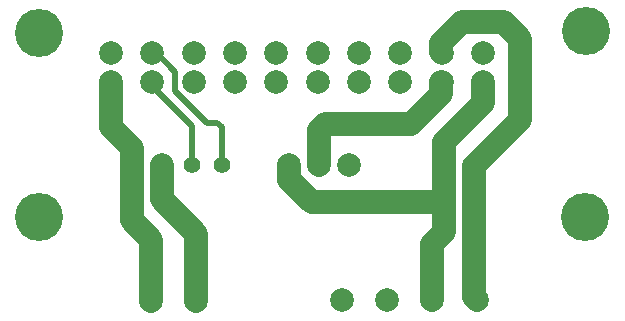
<source format=gbl>
G04 ( created by brdgerber.py ( brdgerber.py v0.1 2014-03-12 ) ) date 2021-02-05 00:02:14 EST*
G04 Gerber Fmt 3.4, Leading zero omitted, Abs format*
%MOIN*%
%FSLAX34Y34*%
G01*
G70*
G90*
G04 APERTURE LIST*
%ADD20C,0.0787*%
%ADD13C,0.0200*%
%ADD16C,0.0120*%
%ADD10C,0.0800*%
%ADD14R,0.0550X0.0550*%
%ADD17C,0.1600*%
%ADD18C,0.0100*%
%ADD12C,0.0000*%
%ADD11C,0.0787*%
%ADD19C,0.0150*%
%ADD15C,0.0550*%
G04 APERTURE END LIST*
G54D20*
D11*
X-00350Y-00350D03*
D11*
X00650Y-00350D03*
D11*
X01650Y-00350D03*
D10*
G01X04700Y03400D02*
G01X04700Y03700D01*
D11*
X04800Y-00400D03*
D11*
X05800Y-00400D03*
D10*
G01X04800Y00400D02*
G01X06100Y01700D01*
D10*
G01X06100Y01700D02*
G01X06100Y02400D01*
D10*
G01X04800Y-00400D02*
G01X04800Y00400D01*
D10*
G01X00400Y-01600D02*
G01X04800Y-01600D01*
D10*
G01X-05600Y-00350D02*
G01X-05600Y-02200D01*
D10*
G01X-04950Y-02850D02*
G01X-04950Y-04900D01*
D10*
G01X-05600Y-02200D02*
G01X-04950Y-02850D01*
D10*
G01X-04600Y-00350D02*
G01X-04600Y-01500D01*
D10*
G01X-03450Y-02650D02*
G01X-03450Y-04900D01*
D10*
G01X-04600Y-01500D02*
G01X-03450Y-02650D01*
D10*
G01X04400Y-04850D02*
G01X04400Y-03000D01*
D13*
G01X06100Y03400D02*
G01X06050Y03400D01*
D10*
G01X-00350Y-00350D02*
G01X-00350Y-00850D01*
D10*
G01X00650Y00800D02*
G01X00650Y-00350D01*
D10*
G01X00850Y01000D02*
G01X00650Y00800D01*
D10*
G01X04400Y-03000D02*
G01X04800Y-02600D01*
D10*
G01X04800Y00400D02*
G01X04900Y00500D01*
D10*
G01X04800Y-02600D02*
G01X04800Y-00400D01*
D10*
G01X05800Y-00400D02*
G01X05800Y-04750D01*
D10*
G01X05800Y-04750D02*
G01X05900Y-04850D01*
D10*
G01X04700Y03700D02*
G01X05400Y04400D01*
D14*
X-05600Y-00350D03*
D15*
X-04600Y-00350D03*
D15*
X-03600Y-00350D03*
D15*
X-02600Y-00350D03*
D13*
G01X-04900Y03400D02*
G01X-04800Y03400D01*
D13*
G01X-04800Y03400D02*
G01X-04150Y02750D01*
D13*
G01X-04150Y02750D02*
G01X-04150Y02100D01*
D13*
G01X-04150Y02100D02*
G01X-03100Y01050D01*
D13*
G01X-03100Y01050D02*
G01X-02750Y01050D01*
D13*
G01X-02750Y01050D02*
G01X-02600Y00900D01*
D13*
G01X-02600Y00900D02*
G01X-02600Y-00350D01*
D13*
G01X-04900Y02400D02*
G01X-04900Y02250D01*
D13*
G01X-04900Y02250D02*
G01X-03600Y00950D01*
D13*
G01X-03600Y00950D02*
G01X-03600Y-00350D01*
D10*
G01X06800Y04400D02*
G01X07350Y03850D01*
D10*
G01X05400Y04400D02*
G01X06800Y04400D01*
D10*
G01X-06300Y02400D02*
G01X-06300Y00900D01*
D17*
X-08700Y04050D03*
D17*
X09550Y04100D03*
D17*
X-08700Y-02100D03*
D17*
X09500Y-02100D03*
D20*
X-03450Y-04900D03*
D20*
X-04950Y-04900D03*
D11*
X-06301Y02408D03*
D11*
X-06301Y03392D03*
D11*
X-04923Y02408D03*
D11*
X-04923Y03392D03*
D11*
X-03545Y02408D03*
D11*
X-03545Y03392D03*
D11*
X-02167Y02408D03*
D11*
X-02167Y03392D03*
D11*
X-00789Y02408D03*
D11*
X-00789Y03392D03*
D11*
X00589Y02408D03*
D11*
X00589Y03392D03*
D11*
X01967Y02408D03*
D11*
X01967Y03392D03*
D11*
X03345Y02408D03*
D11*
X03345Y03392D03*
D11*
X04723Y02408D03*
D11*
X04723Y03392D03*
D11*
X06101Y02408D03*
D11*
X06101Y03392D03*
D20*
X01400Y-04850D03*
D20*
X02900Y-04850D03*
D20*
X04400Y-04850D03*
D20*
X05900Y-04850D03*
D10*
G01X-05600Y00200D02*
G01X-05600Y-00350D01*
D10*
G01X-06300Y00900D02*
G01X-05600Y00200D01*
D10*
G01X07350Y03850D02*
G01X07350Y01150D01*
D10*
G01X07350Y01150D02*
G01X05800Y-00400D01*
D10*
G01X-00350Y-00850D02*
G01X00400Y-01600D01*
D10*
G01X04700Y02400D02*
G01X04700Y02000D01*
D10*
G01X04700Y02000D02*
G01X03700Y01000D01*
D10*
G01X03700Y01000D02*
G01X00850Y01000D01*
M02*

</source>
